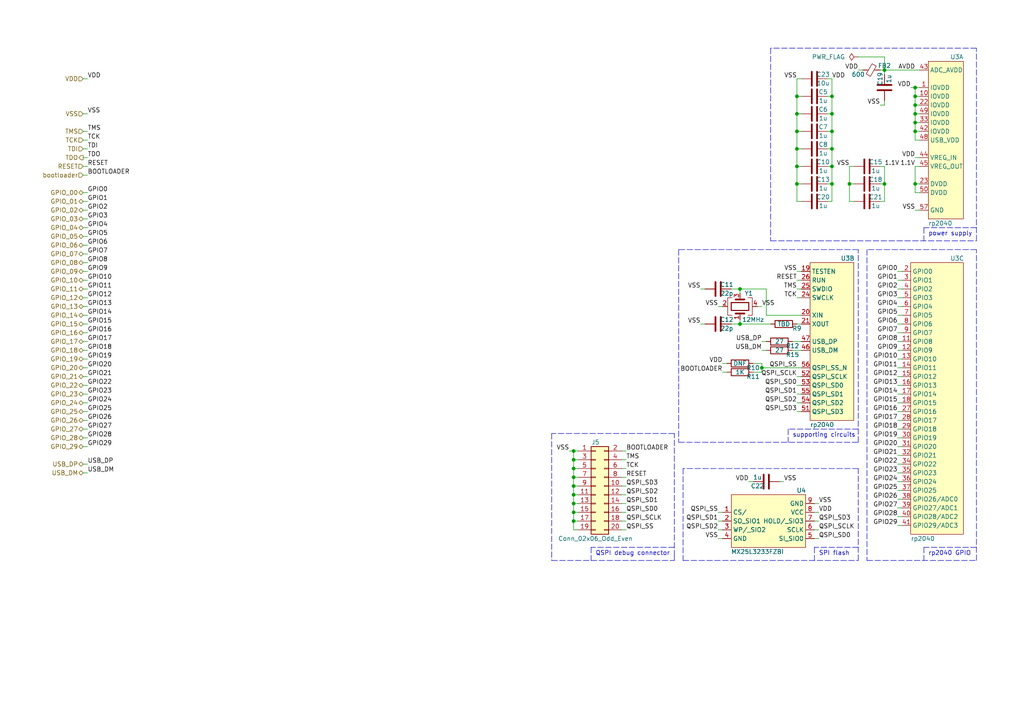
<source format=kicad_sch>
(kicad_sch (version 20211123) (generator eeschema)
  (paper "A4")
  (lib_symbols
    (symbol "Connector_Generic:Conn_02x10_Odd_Even" (pin_names (offset 1.016) hide)
      (property "Reference" "J" (at 1.27 12.7 0))
      (property "Value" "Conn_02x10_Odd_Even" (at 1.27 -15.24 0))
      (symbol "Conn_02x10_Odd_Even_1_1"
        (rectangle (start -1.27 -12.573) (end 0 -12.827) (stroke (width 0.1524)))
        (rectangle (start -1.27 -10.033) (end 0 -10.287) (stroke (width 0.1524)))
        (rectangle (start -1.27 -7.493) (end 0 -7.747) (stroke (width 0.1524)))
        (rectangle (start -1.27 -4.953) (end 0 -5.207) (stroke (width 0.1524)))
        (rectangle (start -1.27 -2.413) (end 0 -2.667) (stroke (width 0.1524)))
        (rectangle (start -1.27 0.127) (end 0 -0.127) (stroke (width 0.1524)))
        (rectangle (start -1.27 2.667) (end 0 2.413) (stroke (width 0.1524)))
        (rectangle (start -1.27 5.207) (end 0 4.953) (stroke (width 0.1524)))
        (rectangle (start -1.27 7.747) (end 0 7.493) (stroke (width 0.1524)))
        (rectangle (start -1.27 10.287) (end 0 10.033) (stroke (width 0.1524)))
        (rectangle (start -1.27 11.43) (end 3.81 -13.97) (stroke (width 0.254)) (fill (type background)))
        (rectangle (start 3.81 -12.573) (end 2.54 -12.827) (stroke (width 0.1524)))
        (rectangle (start 3.81 -10.033) (end 2.54 -10.287) (stroke (width 0.1524)))
        (rectangle (start 3.81 -7.493) (end 2.54 -7.747) (stroke (width 0.1524)))
        (rectangle (start 3.81 -4.953) (end 2.54 -5.207) (stroke (width 0.1524)))
        (rectangle (start 3.81 -2.413) (end 2.54 -2.667) (stroke (width 0.1524)))
        (rectangle (start 3.81 0.127) (end 2.54 -0.127) (stroke (width 0.1524)))
        (rectangle (start 3.81 2.667) (end 2.54 2.413) (stroke (width 0.1524)))
        (rectangle (start 3.81 5.207) (end 2.54 4.953) (stroke (width 0.1524)))
        (rectangle (start 3.81 7.747) (end 2.54 7.493) (stroke (width 0.1524)))
        (rectangle (start 3.81 10.287) (end 2.54 10.033) (stroke (width 0.1524)))
        (pin passive line (at -5.08 10.16 0) (length 3.81) (name "Pin_1") (number "1"))
        (pin passive line (at 7.62 0 180) (length 3.81) (name "Pin_10") (number "10"))
        (pin passive line (at -5.08 -2.54 0) (length 3.81) (name "Pin_11") (number "11"))
        (pin passive line (at 7.62 -2.54 180) (length 3.81) (name "Pin_12") (number "12"))
        (pin passive line (at -5.08 -5.08 0) (length 3.81) (name "Pin_13") (number "13"))
        (pin passive line (at 7.62 -5.08 180) (length 3.81) (name "Pin_14") (number "14"))
        (pin passive line (at -5.08 -7.62 0) (length 3.81) (name "Pin_15") (number "15"))
        (pin passive line (at 7.62 -7.62 180) (length 3.81) (name "Pin_16") (number "16"))
        (pin passive line (at -5.08 -10.16 0) (length 3.81) (name "Pin_17") (number "17"))
        (pin passive line (at 7.62 -10.16 180) (length 3.81) (name "Pin_18") (number "18"))
        (pin passive line (at -5.08 -12.7 0) (length 3.81) (name "Pin_19") (number "19"))
        (pin passive line (at 7.62 10.16 180) (length 3.81) (name "Pin_2") (number "2"))
        (pin passive line (at 7.62 -12.7 180) (length 3.81) (name "Pin_20") (number "20"))
        (pin passive line (at -5.08 7.62 0) (length 3.81) (name "Pin_3") (number "3"))
        (pin passive line (at 7.62 7.62 180) (length 3.81) (name "Pin_4") (number "4"))
        (pin passive line (at -5.08 5.08 0) (length 3.81) (name "Pin_5") (number "5"))
        (pin passive line (at 7.62 5.08 180) (length 3.81) (name "Pin_6") (number "6"))
        (pin passive line (at -5.08 2.54 0) (length 3.81) (name "Pin_7") (number "7"))
        (pin passive line (at 7.62 2.54 180) (length 3.81) (name "Pin_8") (number "8"))
        (pin passive line (at -5.08 0 0) (length 3.81) (name "Pin_9") (number "9"))
      )
    )
    (symbol "Device:C" (pin_numbers hide) (pin_names (offset 0.254))
      (property "Reference" "C" (at 0.635 2.54 0))
      (property "Value" "C" (at 0.635 -2.54 0))
      (symbol "C_0_1"
        (polyline (pts (xy -2.032 -0.762) (xy 2.032 -0.762)) (stroke (width 0.508)))
        (polyline (pts (xy -2.032 0.762) (xy 2.032 0.762)) (stroke (width 0.508)))
      )
      (symbol "C_1_1"
        (pin passive line (at 0 3.81 270) (length 2.794) (name "~") (number "1"))
        (pin passive line (at 0 -3.81 90) (length 2.794) (name "~") (number "2"))
      )
    )
    (symbol "Device:Crystal_GND24" (pin_names (offset 1.016) hide)
      (property "Reference" "Y" (at 3.175 5.08 0))
      (property "Value" "Crystal_GND24" (at 3.175 3.175 0))
      (symbol "Crystal_GND24_0_1"
        (rectangle (start -1.143 2.54) (end 1.143 -2.54) (stroke (width 0.3048)))
        (polyline (pts (xy -2.54 0) (xy -2.032 0)))
        (polyline (pts (xy -2.032 -1.27) (xy -2.032 1.27)) (stroke (width 0.508)))
        (polyline (pts (xy 0 -3.81) (xy 0 -3.556)))
        (polyline (pts (xy 0 3.556) (xy 0 3.81)))
        (polyline (pts (xy 2.032 -1.27) (xy 2.032 1.27)) (stroke (width 0.508)))
        (polyline (pts (xy 2.032 0) (xy 2.54 0)))
        (polyline (pts (xy -2.54 -2.286) (xy -2.54 -3.556) (xy 2.54 -3.556) (xy 2.54 -2.286)))
        (polyline (pts (xy -2.54 2.286) (xy -2.54 3.556) (xy 2.54 3.556) (xy 2.54 2.286)))
      )
      (symbol "Crystal_GND24_1_1"
        (pin passive line (at -3.81 0 0) (length 1.27) (name "1") (number "1"))
        (pin passive line (at 0 5.08 270) (length 1.27) (name "2") (number "2"))
        (pin passive line (at 3.81 0 180) (length 1.27) (name "3") (number "3"))
        (pin passive line (at 0 -5.08 90) (length 1.27) (name "4") (number "4"))
      )
    )
    (symbol "Device:FerriteBead_Small" (pin_numbers hide) (pin_names (offset 0))
      (property "Reference" "FB" (at 1.905 1.27 0))
      (property "Value" "FerriteBead_Small" (at 1.905 -1.27 0))
      (symbol "FerriteBead_Small_0_1"
        (polyline (pts (xy 0 -1.27) (xy 0 -0.7874)))
        (polyline (pts (xy 0 0.889) (xy 0 1.2954)))
        (polyline (pts (xy -1.8288 0.2794) (xy -1.1176 1.4986) (xy 1.8288 -0.2032) (xy 1.1176 -1.4224) (xy -1.8288 0.2794)))
      )
      (symbol "FerriteBead_Small_1_1"
        (pin passive line (at 0 2.54 270) (length 1.27) (name "~") (number "1"))
        (pin passive line (at 0 -2.54 90) (length 1.27) (name "~") (number "2"))
      )
    )
    (symbol "Device:R" (pin_numbers hide) (pin_names (offset 0))
      (property "Reference" "R" (at 2.032 0 90))
      (property "Value" "R" (at 0 0 90))
      (symbol "R_0_1"
        (rectangle (start -1.016 -2.54) (end 1.016 2.54) (stroke (width 0.254)))
      )
      (symbol "R_1_1"
        (pin passive line (at 0 3.81 270) (length 1.27) (name "~") (number "1"))
        (pin passive line (at 0 -3.81 90) (length 1.27) (name "~") (number "2"))
      )
    )
    (symbol "SquantorGenericDigital:25X_9pin_QSPI_flash"
      (property "Reference" "U" (at 0 10.16 0))
      (property "Value" "25X_9pin_QSPI_flash" (at 0 -10.16 0))
      (symbol "25X_9pin_QSPI_flash_0_1"
        (rectangle (start -11.43 8.89) (end 10.16 -6.35) (fill (type background)))
      )
      (symbol "25X_9pin_QSPI_flash_1_1"
        (pin input line (at -13.97 3.81 0) (length 2.54) (name "CS/") (number "1"))
        (pin bidirectional line (at -13.97 1.27 0) (length 2.54) (name "SO_SIO1") (number "2"))
        (pin bidirectional line (at -13.97 -1.27 0) (length 2.54) (name "WP/_SIO2") (number "3"))
        (pin power_in line (at -13.97 -3.81 0) (length 2.54) (name "GND") (number "4"))
        (pin bidirectional line (at 12.7 -3.81 180) (length 2.54) (name "SI_SIO0") (number "5"))
        (pin input line (at 12.7 -1.27 180) (length 2.54) (name "SCLK") (number "6"))
        (pin bidirectional line (at 12.7 1.27 180) (length 2.54) (name "HOLD/_SIO3") (number "7"))
        (pin power_in line (at 12.7 3.81 180) (length 2.54) (name "VCC") (number "8"))
        (pin power_in line (at 12.7 6.35 180) (length 2.54) (name "GND") (number "9"))
      )
    )
    (symbol "SquantorRaspberryPi:rp2040"
      (property "Reference" "U" (at 0 40.64 0))
      (property "Value" "rp2040" (at 0 -40.64 0))
      (symbol "rp2040_1_1"
        (rectangle (start -5.08 22.86) (end 5.08 -22.86) (fill (type background)))
        (pin power_in line (at -7.62 15.24 0) (length 2.54) (name "IOVDD") (number "1"))
        (pin power_in line (at -7.62 12.7 0) (length 2.54) (name "IOVDD") (number "10"))
        (pin power_in line (at -7.62 10.16 0) (length 2.54) (name "IOVDD") (number "22"))
        (pin power_in line (at -7.62 -12.7 0) (length 2.54) (name "DVDD") (number "23"))
        (pin power_in line (at -7.62 5.08 0) (length 2.54) (name "IOVDD") (number "33"))
        (pin power_in line (at -7.62 2.54 0) (length 2.54) (name "IOVDD") (number "42"))
        (pin power_in line (at -7.62 20.32 0) (length 2.54) (name "ADC_AVDD") (number "43"))
        (pin power_in line (at -7.62 -5.08 0) (length 2.54) (name "VREG_IN") (number "44"))
        (pin power_out line (at -7.62 -7.62 0) (length 2.54) (name "VREG_OUT") (number "45"))
        (pin power_in line (at -7.62 0 0) (length 2.54) (name "USB_VDD") (number "48"))
        (pin power_in line (at -7.62 7.62 0) (length 2.54) (name "IOVDD") (number "49"))
        (pin power_in line (at -7.62 -15.24 0) (length 2.54) (name "DVDD") (number "50"))
        (pin power_in line (at -7.62 -20.32 0) (length 2.54) (name "GND") (number "57"))
      )
      (symbol "rp2040_2_1"
        (rectangle (start -6.35 22.86) (end 6.35 -22.86) (fill (type background)))
        (pin input line (at -8.89 20.32 0) (length 2.54) (name "TESTEN") (number "19"))
        (pin input line (at -8.89 7.62 0) (length 2.54) (name "XIN") (number "20"))
        (pin output line (at -8.89 5.08 0) (length 2.54) (name "XOUT") (number "21"))
        (pin input line (at -8.89 12.7 0) (length 2.54) (name "SWCLK") (number "24"))
        (pin bidirectional line (at -8.89 15.24 0) (length 2.54) (name "SWDIO") (number "25"))
        (pin input line (at -8.89 17.78 0) (length 2.54) (name "RUN") (number "26"))
        (pin bidirectional line (at -8.89 -2.54 0) (length 2.54) (name "USB_DM") (number "46"))
        (pin bidirectional line (at -8.89 0 0) (length 2.54) (name "USB_DP") (number "47"))
        (pin bidirectional line (at -8.89 -20.32 0) (length 2.54) (name "QSPI_SD3") (number "51"))
        (pin output line (at -8.89 -10.16 0) (length 2.54) (name "QSPI_SCLK") (number "52"))
        (pin bidirectional line (at -8.89 -12.7 0) (length 2.54) (name "QSPI_SD0") (number "53"))
        (pin bidirectional line (at -8.89 -17.78 0) (length 2.54) (name "QSPI_SD2") (number "54"))
        (pin bidirectional line (at -8.89 -15.24 0) (length 2.54) (name "QSPI_SD1") (number "55"))
        (pin output line (at -8.89 -7.62 0) (length 2.54) (name "QSPI_SS_N") (number "56"))
      )
      (symbol "rp2040_3_1"
        (rectangle (start -7.62 39.37) (end 7.62 -39.37) (fill (type background)))
        (pin bidirectional line (at -10.16 16.51 0) (length 2.54) (name "GPIO8") (number "11"))
        (pin bidirectional line (at -10.16 13.97 0) (length 2.54) (name "GPIO9") (number "12"))
        (pin bidirectional line (at -10.16 11.43 0) (length 2.54) (name "GPIO10") (number "13"))
        (pin bidirectional line (at -10.16 8.89 0) (length 2.54) (name "GPIO11") (number "14"))
        (pin bidirectional line (at -10.16 6.35 0) (length 2.54) (name "GPIO12") (number "15"))
        (pin bidirectional line (at -10.16 3.81 0) (length 2.54) (name "GPIO13") (number "16"))
        (pin bidirectional line (at -10.16 1.27 0) (length 2.54) (name "GPIO14") (number "17"))
        (pin bidirectional line (at -10.16 -1.27 0) (length 2.54) (name "GPIO15") (number "18"))
        (pin bidirectional line (at -10.16 36.83 0) (length 2.54) (name "GPIO0") (number "2"))
        (pin bidirectional line (at -10.16 -3.81 0) (length 2.54) (name "GPIO16") (number "27"))
        (pin bidirectional line (at -10.16 -6.35 0) (length 2.54) (name "GPIO17") (number "28"))
        (pin bidirectional line (at -10.16 -8.89 0) (length 2.54) (name "GPIO18") (number "29"))
        (pin bidirectional line (at -10.16 34.29 0) (length 2.54) (name "GPIO1") (number "3"))
        (pin bidirectional line (at -10.16 -11.43 0) (length 2.54) (name "GPIO19") (number "30"))
        (pin bidirectional line (at -10.16 -13.97 0) (length 2.54) (name "GPIO20") (number "31"))
        (pin bidirectional line (at -10.16 -16.51 0) (length 2.54) (name "GPIO21") (number "32"))
        (pin bidirectional line (at -10.16 -19.05 0) (length 2.54) (name "GPIO22") (number "34"))
        (pin bidirectional line (at -10.16 -21.59 0) (length 2.54) (name "GPIO23") (number "35"))
        (pin bidirectional line (at -10.16 -24.13 0) (length 2.54) (name "GPIO24") (number "36"))
        (pin bidirectional line (at -10.16 -26.67 0) (length 2.54) (name "GPIO25") (number "37"))
        (pin bidirectional line (at -10.16 -29.21 0) (length 2.54) (name "GPIO26/ADC0") (number "38"))
        (pin bidirectional line (at -10.16 -31.75 0) (length 2.54) (name "GPIO27/ADC1") (number "39"))
        (pin bidirectional line (at -10.16 31.75 0) (length 2.54) (name "GPIO2") (number "4"))
        (pin bidirectional line (at -10.16 -34.29 0) (length 2.54) (name "GPIO28/ADC2") (number "40"))
        (pin bidirectional line (at -10.16 -36.83 0) (length 2.54) (name "GPIO29/ADC3") (number "41"))
        (pin bidirectional line (at -10.16 29.21 0) (length 2.54) (name "GPIO3") (number "5"))
        (pin bidirectional line (at -10.16 26.67 0) (length 2.54) (name "GPIO4") (number "6"))
        (pin bidirectional line (at -10.16 24.13 0) (length 2.54) (name "GPIO5") (number "7"))
        (pin bidirectional line (at -10.16 21.59 0) (length 2.54) (name "GPIO6") (number "8"))
        (pin bidirectional line (at -10.16 19.05 0) (length 2.54) (name "GPIO7") (number "9"))
      )
    )
    (symbol "power:PWR_FLAG" (power) (pin_numbers hide) (pin_names (offset 0) hide)
      (property "Value" "PWR_FLAG" (at 0 3.81 0))
      (symbol "PWR_FLAG_0_0"
        (pin power_out line (at 0 0 90) (length 0) (name "pwr") (number "1"))
      )
      (symbol "PWR_FLAG_0_1"
        (polyline (pts (xy 0 0) (xy 0 1.27) (xy -1.016 1.905) (xy 0 2.54) (xy 1.016 1.905) (xy 0 1.27)))
      )
    )
  )
  (junction (at 256.54 53.34))
  (junction (at 214.63 83.82))
  (junction (at 241.3 38.1))
  (junction (at 265.43 30.48))
  (junction (at 265.43 25.4))
  (junction (at 246.38 53.34))
  (junction (at 166.37 130.81))
  (junction (at 241.3 53.34))
  (junction (at 231.14 27.94))
  (junction (at 214.63 93.98))
  (junction (at 231.14 33.02))
  (junction (at 231.14 53.34))
  (junction (at 166.37 151.13))
  (junction (at 256.54 20.32))
  (junction (at 265.43 38.1))
  (junction (at 241.3 43.18))
  (junction (at 265.43 33.02))
  (junction (at 265.43 53.34))
  (junction (at 241.3 48.26))
  (junction (at 166.37 140.97))
  (junction (at 166.37 148.59))
  (junction (at 241.3 33.02))
  (junction (at 220.98 106.68))
  (junction (at 241.3 27.94))
  (junction (at 166.37 146.05))
  (junction (at 231.14 48.26))
  (junction (at 231.14 43.18))
  (junction (at 166.37 138.43))
  (junction (at 166.37 135.89))
  (junction (at 166.37 143.51))
  (junction (at 265.43 35.56))
  (junction (at 265.43 27.94))
  (junction (at 231.14 38.1))
  (junction (at 166.37 133.35))
  (wire (pts (xy 208.28 156.21) (xy 209.55 156.21)))
  (wire (pts (xy 260.35 83.82) (xy 261.62 83.82)))
  (wire (pts (xy 166.37 140.97) (xy 167.64 140.97)))
  (wire (pts (xy 165.1 130.81) (xy 166.37 130.81)))
  (wire (pts (xy 260.35 106.68) (xy 261.62 106.68)))
  (wire (pts (xy 166.37 143.51) (xy 166.37 146.05)))
  (wire (pts (xy 231.14 93.98) (xy 232.41 93.98)))
  (wire (pts (xy 24.13 111.76) (xy 25.4 111.76)))
  (polyline (pts (xy 195.58 161.29) (xy 195.58 162.56)))
  (wire (pts (xy 229.87 101.6) (xy 232.41 101.6)))
  (wire (pts (xy 260.35 147.32) (xy 261.62 147.32)))
  (wire (pts (xy 241.3 38.1) (xy 240.03 38.1)))
  (wire (pts (xy 180.34 138.43) (xy 181.61 138.43)))
  (polyline (pts (xy 283.21 72.39) (xy 251.46 72.39)))
  (wire (pts (xy 248.92 20.32) (xy 250.19 20.32)))
  (wire (pts (xy 24.13 22.86) (xy 25.4 22.86)))
  (polyline (pts (xy 251.46 72.39) (xy 251.46 162.56)))
  (wire (pts (xy 236.22 156.21) (xy 237.49 156.21)))
  (wire (pts (xy 24.13 106.68) (xy 25.4 106.68)))
  (wire (pts (xy 260.35 78.74) (xy 261.62 78.74)))
  (wire (pts (xy 166.37 130.81) (xy 167.64 130.81)))
  (wire (pts (xy 24.13 73.66) (xy 25.4 73.66)))
  (wire (pts (xy 24.13 134.62) (xy 25.4 134.62)))
  (wire (pts (xy 232.41 53.34) (xy 231.14 53.34)))
  (polyline (pts (xy 236.22 158.75) (xy 236.22 162.56)))
  (wire (pts (xy 229.87 99.06) (xy 232.41 99.06)))
  (wire (pts (xy 24.13 50.8) (xy 25.4 50.8)))
  (wire (pts (xy 217.17 139.7) (xy 218.44 139.7)))
  (wire (pts (xy 180.34 153.67) (xy 181.61 153.67)))
  (wire (pts (xy 232.41 33.02) (xy 231.14 33.02)))
  (wire (pts (xy 260.35 104.14) (xy 261.62 104.14)))
  (polyline (pts (xy 267.97 66.04) (xy 267.97 69.85)))
  (wire (pts (xy 232.41 43.18) (xy 231.14 43.18)))
  (wire (pts (xy 260.35 91.44) (xy 261.62 91.44)))
  (wire (pts (xy 265.43 55.88) (xy 266.7 55.88)))
  (wire (pts (xy 265.43 38.1) (xy 265.43 40.64)))
  (wire (pts (xy 232.41 38.1) (xy 231.14 38.1)))
  (polyline (pts (xy 283.21 66.04) (xy 267.97 66.04)))
  (wire (pts (xy 265.43 33.02) (xy 266.7 33.02)))
  (wire (pts (xy 256.54 20.32) (xy 256.54 21.59)))
  (wire (pts (xy 256.54 48.26) (xy 255.27 48.26)))
  (wire (pts (xy 222.25 83.82) (xy 214.63 83.82)))
  (polyline (pts (xy 267.97 158.75) (xy 267.97 162.56)))
  (wire (pts (xy 209.55 105.41) (xy 210.82 105.41)))
  (wire (pts (xy 246.38 48.26) (xy 246.38 53.34)))
  (wire (pts (xy 265.43 53.34) (xy 265.43 55.88)))
  (wire (pts (xy 166.37 143.51) (xy 167.64 143.51)))
  (wire (pts (xy 231.14 78.74) (xy 232.41 78.74)))
  (wire (pts (xy 180.34 151.13) (xy 181.61 151.13)))
  (wire (pts (xy 24.13 43.18) (xy 25.4 43.18)))
  (polyline (pts (xy 251.46 162.56) (xy 283.21 162.56)))
  (wire (pts (xy 231.14 27.94) (xy 231.14 33.02)))
  (polyline (pts (xy 248.92 162.56) (xy 248.92 135.89)))
  (wire (pts (xy 214.63 93.98) (xy 223.52 93.98)))
  (wire (pts (xy 265.43 48.26) (xy 265.43 53.34)))
  (wire (pts (xy 231.14 33.02) (xy 231.14 38.1)))
  (polyline (pts (xy 198.12 162.56) (xy 248.92 162.56)))
  (polyline (pts (xy 160.02 162.56) (xy 195.58 162.56)))
  (wire (pts (xy 209.55 107.95) (xy 210.82 107.95)))
  (wire (pts (xy 203.2 93.98) (xy 204.47 93.98)))
  (wire (pts (xy 208.28 88.9) (xy 209.55 88.9)))
  (wire (pts (xy 220.98 106.68) (xy 232.41 106.68)))
  (wire (pts (xy 218.44 105.41) (xy 220.98 105.41)))
  (wire (pts (xy 260.35 96.52) (xy 261.62 96.52)))
  (polyline (pts (xy 195.58 161.29) (xy 195.58 125.73)))
  (wire (pts (xy 265.43 25.4) (xy 266.7 25.4)))
  (wire (pts (xy 166.37 135.89) (xy 167.64 135.89)))
  (wire (pts (xy 260.35 124.46) (xy 261.62 124.46)))
  (wire (pts (xy 260.35 139.7) (xy 261.62 139.7)))
  (wire (pts (xy 180.34 140.97) (xy 181.61 140.97)))
  (wire (pts (xy 260.35 129.54) (xy 261.62 129.54)))
  (wire (pts (xy 214.63 83.82) (xy 214.63 85.09)))
  (wire (pts (xy 241.3 38.1) (xy 241.3 43.18)))
  (wire (pts (xy 24.13 55.88) (xy 25.4 55.88)))
  (wire (pts (xy 231.14 43.18) (xy 231.14 48.26)))
  (wire (pts (xy 180.34 133.35) (xy 181.61 133.35)))
  (wire (pts (xy 266.7 40.64) (xy 265.43 40.64)))
  (polyline (pts (xy 223.52 13.97) (xy 223.52 69.85)))
  (wire (pts (xy 236.22 148.59) (xy 237.49 148.59)))
  (wire (pts (xy 265.43 30.48) (xy 266.7 30.48)))
  (wire (pts (xy 24.13 83.82) (xy 25.4 83.82)))
  (wire (pts (xy 24.13 71.12) (xy 25.4 71.12)))
  (wire (pts (xy 265.43 45.72) (xy 266.7 45.72)))
  (wire (pts (xy 265.43 27.94) (xy 265.43 30.48)))
  (wire (pts (xy 256.54 30.48) (xy 255.27 30.48)))
  (wire (pts (xy 265.43 60.96) (xy 266.7 60.96)))
  (polyline (pts (xy 283.21 162.56) (xy 283.21 72.39)))
  (wire (pts (xy 260.35 109.22) (xy 261.62 109.22)))
  (wire (pts (xy 264.16 25.4) (xy 265.43 25.4)))
  (wire (pts (xy 166.37 146.05) (xy 167.64 146.05)))
  (wire (pts (xy 231.14 119.38) (xy 232.41 119.38)))
  (wire (pts (xy 166.37 135.89) (xy 166.37 138.43)))
  (wire (pts (xy 231.14 83.82) (xy 232.41 83.82)))
  (wire (pts (xy 24.13 93.98) (xy 25.4 93.98)))
  (wire (pts (xy 241.3 53.34) (xy 241.3 58.42)))
  (wire (pts (xy 24.13 121.92) (xy 25.4 121.92)))
  (wire (pts (xy 236.22 151.13) (xy 237.49 151.13)))
  (wire (pts (xy 260.35 116.84) (xy 261.62 116.84)))
  (wire (pts (xy 24.13 86.36) (xy 25.4 86.36)))
  (wire (pts (xy 166.37 138.43) (xy 166.37 140.97)))
  (wire (pts (xy 214.63 92.71) (xy 214.63 93.98)))
  (wire (pts (xy 265.43 48.26) (xy 266.7 48.26)))
  (wire (pts (xy 24.13 127) (xy 25.4 127)))
  (wire (pts (xy 232.41 91.44) (xy 222.25 91.44)))
  (wire (pts (xy 241.3 48.26) (xy 240.03 48.26)))
  (polyline (pts (xy 195.58 125.73) (xy 160.02 125.73)))
  (wire (pts (xy 25.4 40.64) (xy 24.13 40.64)))
  (wire (pts (xy 218.44 107.95) (xy 220.98 107.95)))
  (wire (pts (xy 265.43 53.34) (xy 266.7 53.34)))
  (wire (pts (xy 265.43 35.56) (xy 265.43 38.1)))
  (polyline (pts (xy 283.21 13.97) (xy 223.52 13.97)))
  (wire (pts (xy 265.43 33.02) (xy 265.43 35.56)))
  (polyline (pts (xy 248.92 124.46) (xy 228.6 124.46)))
  (wire (pts (xy 260.35 149.86) (xy 261.62 149.86)))
  (wire (pts (xy 231.14 58.42) (xy 232.41 58.42)))
  (wire (pts (xy 260.35 99.06) (xy 261.62 99.06)))
  (wire (pts (xy 256.54 53.34) (xy 256.54 58.42)))
  (wire (pts (xy 208.28 151.13) (xy 209.55 151.13)))
  (wire (pts (xy 260.35 111.76) (xy 261.62 111.76)))
  (wire (pts (xy 24.13 38.1) (xy 25.4 38.1)))
  (wire (pts (xy 231.14 109.22) (xy 232.41 109.22)))
  (wire (pts (xy 265.43 38.1) (xy 266.7 38.1)))
  (wire (pts (xy 231.14 114.3) (xy 232.41 114.3)))
  (wire (pts (xy 260.35 114.3) (xy 261.62 114.3)))
  (wire (pts (xy 232.41 27.94) (xy 231.14 27.94)))
  (wire (pts (xy 24.13 119.38) (xy 25.4 119.38)))
  (polyline (pts (xy 195.58 158.75) (xy 171.45 158.75)))
  (wire (pts (xy 214.63 83.82) (xy 212.09 83.82)))
  (wire (pts (xy 260.35 101.6) (xy 261.62 101.6)))
  (wire (pts (xy 241.3 43.18) (xy 241.3 48.26)))
  (polyline (pts (xy 283.21 69.85) (xy 283.21 13.97)))
  (wire (pts (xy 241.3 43.18) (xy 240.03 43.18)))
  (wire (pts (xy 166.37 146.05) (xy 166.37 148.59)))
  (wire (pts (xy 24.13 137.16) (xy 25.4 137.16)))
  (wire (pts (xy 24.13 68.58) (xy 25.4 68.58)))
  (wire (pts (xy 231.14 38.1) (xy 231.14 43.18)))
  (wire (pts (xy 231.14 81.28) (xy 232.41 81.28)))
  (wire (pts (xy 241.3 53.34) (xy 240.03 53.34)))
  (polyline (pts (xy 248.92 72.39) (xy 196.85 72.39)))
  (wire (pts (xy 241.3 58.42) (xy 240.03 58.42)))
  (wire (pts (xy 24.13 76.2) (xy 25.4 76.2)))
  (wire (pts (xy 208.28 153.67) (xy 209.55 153.67)))
  (wire (pts (xy 256.54 29.21) (xy 256.54 30.48)))
  (wire (pts (xy 256.54 20.32) (xy 266.7 20.32)))
  (wire (pts (xy 241.3 22.86) (xy 240.03 22.86)))
  (wire (pts (xy 260.35 137.16) (xy 261.62 137.16)))
  (wire (pts (xy 232.41 48.26) (xy 231.14 48.26)))
  (wire (pts (xy 246.38 53.34) (xy 246.38 58.42)))
  (wire (pts (xy 166.37 151.13) (xy 166.37 153.67)))
  (wire (pts (xy 260.35 152.4) (xy 261.62 152.4)))
  (wire (pts (xy 241.3 22.86) (xy 241.3 27.94)))
  (wire (pts (xy 260.35 119.38) (xy 261.62 119.38)))
  (wire (pts (xy 260.35 127) (xy 261.62 127)))
  (wire (pts (xy 255.27 20.32) (xy 256.54 20.32)))
  (wire (pts (xy 265.43 30.48) (xy 265.43 33.02)))
  (wire (pts (xy 241.3 33.02) (xy 240.03 33.02)))
  (wire (pts (xy 246.38 58.42) (xy 247.65 58.42)))
  (wire (pts (xy 231.14 116.84) (xy 232.41 116.84)))
  (wire (pts (xy 203.2 83.82) (xy 204.47 83.82)))
  (wire (pts (xy 241.3 27.94) (xy 241.3 33.02)))
  (wire (pts (xy 166.37 140.97) (xy 166.37 143.51)))
  (wire (pts (xy 24.13 124.46) (xy 25.4 124.46)))
  (wire (pts (xy 24.13 33.02) (xy 25.4 33.02)))
  (wire (pts (xy 166.37 138.43) (xy 167.64 138.43)))
  (wire (pts (xy 231.14 48.26) (xy 231.14 53.34)))
  (polyline (pts (xy 196.85 72.39) (xy 196.85 128.27)))
  (wire (pts (xy 231.14 22.86) (xy 231.14 27.94)))
  (wire (pts (xy 260.35 144.78) (xy 261.62 144.78)))
  (wire (pts (xy 241.3 33.02) (xy 241.3 38.1)))
  (wire (pts (xy 166.37 148.59) (xy 166.37 151.13)))
  (wire (pts (xy 260.35 132.08) (xy 261.62 132.08)))
  (wire (pts (xy 260.35 88.9) (xy 261.62 88.9)))
  (wire (pts (xy 260.35 86.36) (xy 261.62 86.36)))
  (wire (pts (xy 208.28 148.59) (xy 209.55 148.59)))
  (polyline (pts (xy 171.45 158.75) (xy 171.45 162.56)))
  (wire (pts (xy 24.13 58.42) (xy 25.4 58.42)))
  (wire (pts (xy 166.37 148.59) (xy 167.64 148.59)))
  (wire (pts (xy 247.65 53.34) (xy 246.38 53.34)))
  (polyline (pts (xy 160.02 125.73) (xy 160.02 162.56)))
  (wire (pts (xy 24.13 109.22) (xy 25.4 109.22)))
  (wire (pts (xy 25.4 45.72) (xy 24.13 45.72)))
  (wire (pts (xy 220.98 106.68) (xy 220.98 107.95)))
  (wire (pts (xy 260.35 81.28) (xy 261.62 81.28)))
  (wire (pts (xy 180.34 135.89) (xy 181.61 135.89)))
  (wire (pts (xy 24.13 96.52) (xy 25.4 96.52)))
  (wire (pts (xy 24.13 99.06) (xy 25.4 99.06)))
  (wire (pts (xy 260.35 121.92) (xy 261.62 121.92)))
  (wire (pts (xy 24.13 60.96) (xy 25.4 60.96)))
  (wire (pts (xy 24.13 116.84) (xy 25.4 116.84)))
  (wire (pts (xy 180.34 143.51) (xy 181.61 143.51)))
  (wire (pts (xy 166.37 130.81) (xy 166.37 133.35)))
  (wire (pts (xy 24.13 88.9) (xy 25.4 88.9)))
  (polyline (pts (xy 248.92 135.89) (xy 198.12 135.89)))
  (wire (pts (xy 24.13 104.14) (xy 25.4 104.14)))
  (wire (pts (xy 260.35 93.98) (xy 261.62 93.98)))
  (wire (pts (xy 166.37 133.35) (xy 166.37 135.89)))
  (wire (pts (xy 24.13 129.54) (xy 25.4 129.54)))
  (polyline (pts (xy 248.92 128.27) (xy 248.92 72.39)))
  (wire (pts (xy 231.14 53.34) (xy 231.14 58.42)))
  (wire (pts (xy 220.98 101.6) (xy 222.25 101.6)))
  (wire (pts (xy 265.43 27.94) (xy 266.7 27.94)))
  (wire (pts (xy 219.71 88.9) (xy 220.98 88.9)))
  (wire (pts (xy 24.13 66.04) (xy 25.4 66.04)))
  (wire (pts (xy 222.25 91.44) (xy 222.25 83.82)))
  (polyline (pts (xy 283.21 158.75) (xy 267.97 158.75)))
  (wire (pts (xy 256.54 53.34) (xy 255.27 53.34)))
  (wire (pts (xy 24.13 63.5) (xy 25.4 63.5)))
  (wire (pts (xy 180.34 146.05) (xy 181.61 146.05)))
  (wire (pts (xy 166.37 133.35) (xy 167.64 133.35)))
  (wire (pts (xy 220.98 105.41) (xy 220.98 106.68)))
  (wire (pts (xy 220.98 99.06) (xy 222.25 99.06)))
  (wire (pts (xy 232.41 22.86) (xy 231.14 22.86)))
  (polyline (pts (xy 248.92 158.75) (xy 236.22 158.75)))
  (wire (pts (xy 265.43 35.56) (xy 266.7 35.56)))
  (wire (pts (xy 256.54 16.51) (xy 256.54 20.32)))
  (wire (pts (xy 265.43 25.4) (xy 265.43 27.94)))
  (wire (pts (xy 256.54 48.26) (xy 256.54 53.34)))
  (wire (pts (xy 24.13 101.6) (xy 25.4 101.6)))
  (wire (pts (xy 180.34 148.59) (xy 181.61 148.59)))
  (polyline (pts (xy 198.12 135.89) (xy 198.12 162.56)))
  (wire (pts (xy 180.34 130.81) (xy 181.61 130.81)))
  (wire (pts (xy 236.22 146.05) (xy 237.49 146.05)))
  (wire (pts (xy 247.65 48.26) (xy 246.38 48.26)))
  (wire (pts (xy 236.22 153.67) (xy 237.49 153.67)))
  (wire (pts (xy 241.3 48.26) (xy 241.3 53.34)))
  (wire (pts (xy 24.13 91.44) (xy 25.4 91.44)))
  (wire (pts (xy 226.06 139.7) (xy 227.33 139.7)))
  (wire (pts (xy 166.37 151.13) (xy 167.64 151.13)))
  (wire (pts (xy 260.35 142.24) (xy 261.62 142.24)))
  (wire (pts (xy 231.14 86.36) (xy 232.41 86.36)))
  (wire (pts (xy 260.35 134.62) (xy 261.62 134.62)))
  (polyline (pts (xy 196.85 128.27) (xy 248.92 128.27)))
  (wire (pts (xy 24.13 78.74) (xy 25.4 78.74)))
  (wire (pts (xy 256.54 58.42) (xy 255.27 58.42)))
  (wire (pts (xy 24.13 48.26) (xy 25.4 48.26)))
  (wire (pts (xy 212.09 93.98) (xy 214.63 93.98)))
  (wire (pts (xy 231.14 111.76) (xy 232.41 111.76)))
  (wire (pts (xy 241.3 27.94) (xy 240.03 27.94)))
  (wire (pts (xy 24.13 114.3) (xy 25.4 114.3)))
  (polyline (pts (xy 223.52 69.85) (xy 283.21 69.85)))
  (polyline (pts (xy 228.6 124.46) (xy 228.6 128.27)))
  (wire (pts (xy 248.92 16.51) (xy 256.54 16.51)))
  (wire (pts (xy 166.37 153.67) (xy 167.64 153.67)))
  (wire (pts (xy 24.13 81.28) (xy 25.4 81.28)))
  (text "supporting circuits" (at 229.87 127 0) (effects (font (size 1.27 1.27)) (justify left bottom)))
  (text "power supply" (at 269.24 68.58 0) (effects (font (size 1.27 1.27)) (justify left bottom)))
  (text "QSPI debug connector" (at 172.72 161.29 0) (effects (font (size 1.27 1.27)) (justify left bottom)))
  (text "rp2040 GPIO" (at 269.24 161.29 0) (effects (font (size 1.27 1.27)) (justify left bottom)))
  (text "SPI flash" (at 237.49 161.29 0) (effects (font (size 1.27 1.27)) (justify left bottom)))
  (label "GPIO16" (at 260.35 119.38 180))
  (label "VDD" (at 237.49 148.59 0))
  (label "QSPI_SD3" (at 181.61 140.97 0))
  (label "GPIO8" (at 25.4 76.2 0))
  (label "VSS" (at 208.28 156.21 180))
  (label "VSS" (at 246.38 48.26 180))
  (label "GPIO13" (at 25.4 88.9 0))
  (label "RESET" (at 231.14 81.28 180))
  (label "GPIO3" (at 260.35 86.36 180))
  (label "GPIO8" (at 260.35 99.06 180))
  (label "GPIO22" (at 25.4 111.76 0))
  (label "QSPI_SD3" (at 231.14 119.38 180))
  (label "QSPI_SD2" (at 208.28 153.67 180))
  (label "GPIO27" (at 25.4 124.46 0))
  (label "TCK" (at 25.4 40.64 0))
  (label "QSPI_SD1" (at 181.61 146.05 0))
  (label "GPIO22" (at 260.35 134.62 180))
  (label "TDI" (at 25.4 43.18 0))
  (label "GPIO14" (at 25.4 91.44 0))
  (label "RESET" (at 25.4 48.26 0))
  (label "GPIO24" (at 25.4 116.84 0))
  (label "GPIO5" (at 260.35 91.44 180))
  (label "QSPI_SD2" (at 181.61 143.51 0))
  (label "1.1V" (at 265.43 48.26 180))
  (label "GPIO1" (at 25.4 58.42 0))
  (label "GPIO28" (at 25.4 127 0))
  (label "GPIO12" (at 260.35 109.22 180))
  (label "GPIO21" (at 260.35 132.08 180))
  (label "VDD" (at 265.43 45.72 180))
  (label "TCK" (at 231.14 86.36 180))
  (label "GPIO19" (at 260.35 127 180))
  (label "USB_DM" (at 25.4 137.16 0))
  (label "GPIO6" (at 25.4 71.12 0))
  (label "VSS" (at 255.27 30.48 180))
  (label "RESET" (at 181.61 138.43 0))
  (label "VDD" (at 217.17 139.7 180))
  (label "GPIO28" (at 260.35 149.86 180))
  (label "VSS" (at 231.14 78.74 180))
  (label "GPIO9" (at 260.35 101.6 180))
  (label "GPIO10" (at 260.35 104.14 180))
  (label "GPIO10" (at 25.4 81.28 0))
  (label "GPIO11" (at 260.35 106.68 180))
  (label "GPIO26" (at 260.35 144.78 180))
  (label "GPIO2" (at 25.4 60.96 0))
  (label "TCK" (at 181.61 135.89 0))
  (label "GPIO27" (at 260.35 147.32 180))
  (label "VSS" (at 237.49 146.05 0))
  (label "QSPI_SD0" (at 181.61 148.59 0))
  (label "GPIO7" (at 25.4 73.66 0))
  (label "AVDD" (at 265.43 20.32 180))
  (label "QSPI_SD0" (at 237.49 156.21 0))
  (label "GPIO0" (at 260.35 78.74 180))
  (label "GPIO15" (at 260.35 116.84 180))
  (label "QSPI_SCLK" (at 237.49 153.67 0))
  (label "GPIO20" (at 260.35 129.54 180))
  (label "VDD" (at 248.92 20.32 180))
  (label "VSS" (at 265.43 60.96 180))
  (label "GPIO7" (at 260.35 96.52 180))
  (label "VSS" (at 227.33 139.7 0))
  (label "GPIO17" (at 25.4 99.06 0))
  (label "VSS" (at 208.28 88.9 180))
  (label "GPIO29" (at 260.35 152.4 180))
  (label "GPIO19" (at 25.4 104.14 0))
  (label "TMS" (at 181.61 133.35 0))
  (label "GPIO1" (at 260.35 81.28 180))
  (label "VSS" (at 231.14 22.86 180))
  (label "QSPI_SD1" (at 208.28 151.13 180))
  (label "QSPI_SD2" (at 231.14 116.84 180))
  (label "QSPI_SD0" (at 231.14 111.76 180))
  (label "GPIO12" (at 25.4 86.36 0))
  (label "GPIO25" (at 260.35 142.24 180))
  (label "VSS" (at 165.1 130.81 180))
  (label "TDO" (at 25.4 45.72 0))
  (label "QSPI_SS" (at 231.14 106.68 180))
  (label "QSPI_SD3" (at 237.49 151.13 0))
  (label "GPIO17" (at 260.35 121.92 180))
  (label "GPIO9" (at 25.4 78.74 0))
  (label "USB_DM" (at 220.98 101.6 180))
  (label "GPIO3" (at 25.4 63.5 0))
  (label "GPIO23" (at 25.4 114.3 0))
  (label "GPIO4" (at 260.35 88.9 180))
  (label "VSS" (at 220.98 88.9 0))
  (label "VDD" (at 25.4 22.86 0))
  (label "VDD" (at 264.16 25.4 180))
  (label "QSPI_SD1" (at 231.14 114.3 180))
  (label "QSPI_SCLK" (at 231.14 109.22 180))
  (label "GPIO18" (at 25.4 101.6 0))
  (label "QSPI_SS" (at 208.28 148.59 180))
  (label "GPIO18" (at 260.35 124.46 180))
  (label "GPIO13" (at 260.35 111.76 180))
  (label "BOOTLOADER" (at 181.61 130.81 0))
  (label "GPIO21" (at 25.4 109.22 0))
  (label "GPIO26" (at 25.4 121.92 0))
  (label "GPIO24" (at 260.35 139.7 180))
  (label "TMS" (at 25.4 38.1 0))
  (label "GPIO16" (at 25.4 96.52 0))
  (label "GPIO20" (at 25.4 106.68 0))
  (label "GPIO6" (at 260.35 93.98 180))
  (label "VSS" (at 203.2 93.98 180))
  (label "GPIO15" (at 25.4 93.98 0))
  (label "GPIO4" (at 25.4 66.04 0))
  (label "TMS" (at 231.14 83.82 180))
  (label "VSS" (at 25.4 33.02 0))
  (label "GPIO23" (at 260.35 137.16 180))
  (label "BOOTLOADER" (at 209.55 107.95 180))
  (label "USB_DP" (at 220.98 99.06 180))
  (label "GPIO29" (at 25.4 129.54 0))
  (label "BOOTLOADER" (at 25.4 50.8 0))
  (label "QSPI_SS" (at 181.61 153.67 0))
  (label "QSPI_SCLK" (at 181.61 151.13 0))
  (label "GPIO11" (at 25.4 83.82 0))
  (label "GPIO0" (at 25.4 55.88 0))
  (label "GPIO25" (at 25.4 119.38 0))
  (label "1.1V" (at 256.54 48.26 0))
  (label "VDD" (at 209.55 105.41 180))
  (label "GPIO2" (at 260.35 83.82 180))
  (label "USB_DP" (at 25.4 134.62 0))
  (label "VSS" (at 203.2 83.82 180))
  (label "GPIO5" (at 25.4 68.58 0))
  (label "GPIO14" (at 260.35 114.3 180))
  (label "VDD" (at 241.3 22.86 0))
  (hierarchical_label "VDD" (shape input) (at 24.13 22.86 180))
  (hierarchical_label "GPIO_26" (shape bidirectional) (at 24.13 121.92 180))
  (hierarchical_label "GPIO_00" (shape bidirectional) (at 24.13 55.88 180))
  (hierarchical_label "GPIO_06" (shape bidirectional) (at 24.13 71.12 180))
  (hierarchical_label "GPIO_23" (shape bidirectional) (at 24.13 114.3 180))
  (hierarchical_label "GPIO_01" (shape bidirectional) (at 24.13 58.42 180))
  (hierarchical_label "GPIO_28" (shape bidirectional) (at 24.13 127 180))
  (hierarchical_label "GPIO_29" (shape bidirectional) (at 24.13 129.54 180))
  (hierarchical_label "USB_DM" (shape bidirectional) (at 24.13 137.16 180))
  (hierarchical_label "VSS" (shape input) (at 24.13 33.02 180))
  (hierarchical_label "GPIO_10" (shape bidirectional) (at 24.13 81.28 180))
  (hierarchical_label "TDI" (shape input) (at 24.13 43.18 180))
  (hierarchical_label "GPIO_18" (shape bidirectional) (at 24.13 101.6 180))
  (hierarchical_label "TDO" (shape output) (at 24.13 45.72 180))
  (hierarchical_label "USB_DP" (shape bidirectional) (at 24.13 134.62 180))
  (hierarchical_label "TMS" (shape input) (at 24.13 38.1 180))
  (hierarchical_label "GPIO_11" (shape bidirectional) (at 24.13 83.82 180))
  (hierarchical_label "GPIO_21" (shape bidirectional) (at 24.13 109.22 180))
  (hierarchical_label "GPIO_09" (shape bidirectional) (at 24.13 78.74 180))
  (hierarchical_label "RESET" (shape input) (at 24.13 48.26 180))
  (hierarchical_label "GPIO_13" (shape bidirectional) (at 24.13 88.9 180))
  (hierarchical_label "GPIO_17" (shape bidirectional) (at 24.13 99.06 180))
  (hierarchical_label "GPIO_19" (shape bidirectional) (at 24.13 104.14 180))
  (hierarchical_label "GPIO_24" (shape bidirectional) (at 24.13 116.84 180))
  (hierarchical_label "GPIO_27" (shape bidirectional) (at 24.13 124.46 180))
  (hierarchical_label "GPIO_08" (shape bidirectional) (at 24.13 76.2 180))
  (hierarchical_label "GPIO_05" (shape bidirectional) (at 24.13 68.58 180))
  (hierarchical_label "GPIO_20" (shape bidirectional) (at 24.13 106.68 180))
  (hierarchical_label "GPIO_14" (shape bidirectional) (at 24.13 91.44 180))
  (hierarchical_label "GPIO_25" (shape bidirectional) (at 24.13 119.38 180))
  (hierarchical_label "GPIO_02" (shape bidirectional) (at 24.13 60.96 180))
  (hierarchical_label "GPIO_15" (shape bidirectional) (at 24.13 93.98 180))
  (hierarchical_label "GPIO_04" (shape bidirectional) (at 24.13 66.04 180))
  (hierarchical_label "GPIO_03" (shape bidirectional) (at 24.13 63.5 180))
  (hierarchical_label "GPIO_07" (shape bidirectional) (at 24.13 73.66 180))
  (hierarchical_label "GPIO_16" (shape bidirectional) (at 24.13 96.52 180))
  (hierarchical_label "GPIO_12" (shape bidirectional) (at 24.13 86.36 180))
  (hierarchical_label "bootloader" (shape input) (at 24.13 50.8 180))
  (hierarchical_label "GPIO_22" (shape bidirectional) (at 24.13 111.76 180))
  (hierarchical_label "TCK" (shape input) (at 24.13 40.64 180))
  (symbol (lib_id "SquantorRaspberryPi:rp2040") (at 241.3 99.06 0) (unit 2)
    (property "Reference" "U3" (at 243.84 74.93 0) (effects (justify left)))
    (property "Value" "rp2040" (at 234.95 123.19 0) (effects (justify left)))
    (property "Footprint" "SquantorIC:QFN56_7by7mm_RaspberryPi" (effects hide))
  )
  (symbol (lib_id "Device:C") (at 222.25 139.7 270) (unit 1)
    (property "Reference" "C22" (at 219.71 140.97 90))
    (property "Value" "1u" (at 219.71 138.43 90))
    (property "Footprint" "SquantorRcl:C_0402" (effects hide))
  )
  (symbol (lib_id "Device:C") (at 251.46 58.42 90) (unit 1)
    (property "Reference" "C21" (at 254 57.15 90))
    (property "Value" "1u" (at 254 59.69 90))
    (property "Footprint" "SquantorRcl:C_0402" (effects hide))
  )
  (symbol (lib_id "Device:R") (at 214.63 105.41 90) (unit 1)
    (property "Reference" "R10" (at 218.44 106.68 90))
    (property "Value" "DNF" (at 214.63 105.41 90))
    (property "Footprint" "SquantorRcl:R_0402_hand" (effects hide))
  )
  (symbol (lib_id "Device:R") (at 226.06 101.6 90) (unit 1)
    (property "Reference" "R15" (at 229.87 102.87 90))
    (property "Value" "27" (at 226.06 101.6 90))
    (property "Footprint" "SquantorRcl:R_0402_hand" (effects hide))
  )
  (symbol (lib_id "SquantorGenericDigital:25X_9pin_QSPI_flash") (at 223.52 152.4 0) (unit 1)
    (property "Reference" "U4" (at 232.41 142.24 0))
    (property "Value" "MX25L3233FZBI" (at 219.71 160.02 0))
    (property "Footprint" "SquantorIC:USON-8-4x3-Macronix" (effects hide))
  )
  (symbol (lib_id "Device:R") (at 227.33 93.98 90) (unit 1)
    (property "Reference" "R9" (at 231.14 95.25 90))
    (property "Value" "TBD" (at 227.33 93.98 90))
    (property "Footprint" "SquantorRcl:R_0402_hand" (effects hide))
  )
  (symbol (lib_id "Device:C") (at 251.46 48.26 90) (unit 1)
    (property "Reference" "C15" (at 254 46.99 90))
    (property "Value" "1u" (at 254 49.53 90))
    (property "Footprint" "SquantorRcl:C_0402" (effects hide))
  )
  (symbol (lib_id "SquantorRaspberryPi:rp2040") (at 274.32 40.64 0) (unit 1)
    (property "Reference" "U3" (at 275.59 16.51 0) (effects (justify left)))
    (property "Value" "rp2040" (at 269.24 64.77 0) (effects (justify left)))
    (property "Footprint" "SquantorIC:QFN56_7by7mm_RaspberryPi" (effects hide))
  )
  (symbol (lib_id "Device:C") (at 251.46 53.34 90) (unit 1)
    (property "Reference" "C18" (at 254 52.07 90))
    (property "Value" "1u" (at 254 54.61 90))
    (property "Footprint" "SquantorRcl:C_0402" (effects hide))
  )
  (symbol (lib_id "Device:C") (at 236.22 38.1 90) (unit 1)
    (property "Reference" "C7" (at 238.76 36.83 90))
    (property "Value" "1u" (at 238.76 39.37 90))
    (property "Footprint" "SquantorRcl:C_0402" (effects hide))
  )
  (symbol (lib_id "Device:R") (at 214.63 107.95 90) (unit 1)
    (property "Reference" "R11" (at 218.44 109.22 90))
    (property "Value" "1K" (at 214.63 107.95 90))
    (property "Footprint" "SquantorRcl:R_0402_hand" (effects hide))
  )
  (symbol (lib_id "Device:C") (at 236.22 27.94 90) (unit 1)
    (property "Reference" "C5" (at 238.76 26.67 90))
    (property "Value" "1u" (at 238.76 29.21 90))
    (property "Footprint" "SquantorRcl:C_0402" (effects hide))
  )
  (symbol (lib_id "Device:Crystal_GND24") (at 214.63 88.9 90) (unit 1)
    (property "Reference" "Y1" (at 217.17 85.09 90))
    (property "Value" "12MHz" (at 218.44 92.71 90))
    (property "Footprint" "SquantorCrystal:Crystal_2520_4" (effects hide))
  )
  (symbol (lib_id "Device:C") (at 236.22 53.34 90) (unit 1)
    (property "Reference" "C13" (at 238.76 52.07 90))
    (property "Value" "1u" (at 238.76 54.61 90))
    (property "Footprint" "SquantorRcl:C_0402" (effects hide))
  )
  (symbol (lib_id "Device:C") (at 236.22 58.42 90) (unit 1)
    (property "Reference" "C20" (at 238.76 57.15 90))
    (property "Value" "1u" (at 238.76 59.69 90))
    (property "Footprint" "SquantorRcl:C_0402" (effects hide))
  )
  (symbol (lib_id "Device:C") (at 236.22 43.18 90) (unit 1)
    (property "Reference" "C8" (at 238.76 41.91 90))
    (property "Value" "1u" (at 238.76 44.45 90))
    (property "Footprint" "SquantorRcl:C_0402" (effects hide))
  )
  (symbol (lib_id "Device:C") (at 236.22 22.86 90) (unit 1)
    (property "Reference" "C23" (at 238.76 21.59 90))
    (property "Value" "10u" (at 238.76 24.13 90))
    (property "Footprint" "SquantorRcl:C_0603" (effects hide))
  )
  (symbol (lib_id "Device:C") (at 208.28 83.82 90) (unit 1)
    (property "Reference" "C11" (at 210.82 82.55 90))
    (property "Value" "22p" (at 210.82 85.09 90))
    (property "Footprint" "SquantorRcl:C_0402" (effects hide))
  )
  (symbol (lib_id "Device:C") (at 236.22 33.02 90) (unit 1)
    (property "Reference" "C6" (at 238.76 31.75 90))
    (property "Value" "1u" (at 238.76 34.29 90))
    (property "Footprint" "SquantorRcl:C_0402" (effects hide))
  )
  (symbol (lib_id "power:PWR_FLAG") (at 248.92 16.51 90) (unit 1)
    (property "Reference" "#FLG0101" (effects hide))
    (property "Value" "PWR_FLAG" (at 245.11 16.5099 90) (effects (justify left)))
  )
  (symbol (lib_id "Device:R") (at 226.06 99.06 90) (unit 1)
    (property "Reference" "R12" (at 229.87 100.33 90))
    (property "Value" "27" (at 226.06 99.06 90))
    (property "Footprint" "SquantorRcl:R_0402_hand" (effects hide))
  )
  (symbol (lib_id "SquantorRaspberryPi:rp2040") (at 271.78 115.57 0) (unit 3)
    (property "Reference" "U3" (at 275.59 74.93 0) (effects (justify left)))
    (property "Value" "rp2040" (at 264.16 156.21 0) (effects (justify left)))
    (property "Footprint" "SquantorIC:QFN56_7by7mm_RaspberryPi" (effects hide))
  )
  (symbol (lib_id "Device:FerriteBead_Small") (at 252.73 20.32 90) (unit 1)
    (property "Reference" "FB2" (at 256.54 19.05 90))
    (property "Value" "600" (at 248.92 21.59 90))
    (property "Footprint" "SquantorRcl:L_0402" (effects hide))
  )
  (symbol (lib_id "Device:C") (at 236.22 48.26 90) (unit 1)
    (property "Reference" "C10" (at 238.76 46.99 90))
    (property "Value" "1u" (at 238.76 49.53 90))
    (property "Footprint" "SquantorRcl:C_0402" (effects hide))
  )
  (symbol (lib_id "Device:C") (at 208.28 93.98 90) (unit 1)
    (property "Reference" "C12" (at 210.82 92.71 90))
    (property "Value" "22p" (at 210.82 95.25 90))
    (property "Footprint" "SquantorRcl:C_0402" (effects hide))
  )
  (symbol (lib_id "Device:C") (at 256.54 25.4 180) (unit 1)
    (property "Reference" "C19" (at 255.27 22.86 90))
    (property "Value" "1u" (at 257.81 22.86 90))
    (property "Footprint" "SquantorRcl:C_0402" (effects hide))
  )
  (symbol (lib_id "Connector_Generic:Conn_02x10_Odd_Even") (at 172.72 140.97 0) (unit 1)
    (property "Reference" "J5" (at 172.72 128.27 0))
    (property "Value" "Conn_02x06_Odd_Even" (at 172.72 156.21 0))
    (property "Footprint" "SquantorConnectors:Header-0127-2X10-H006" (effects hide))
  )
)
</source>
